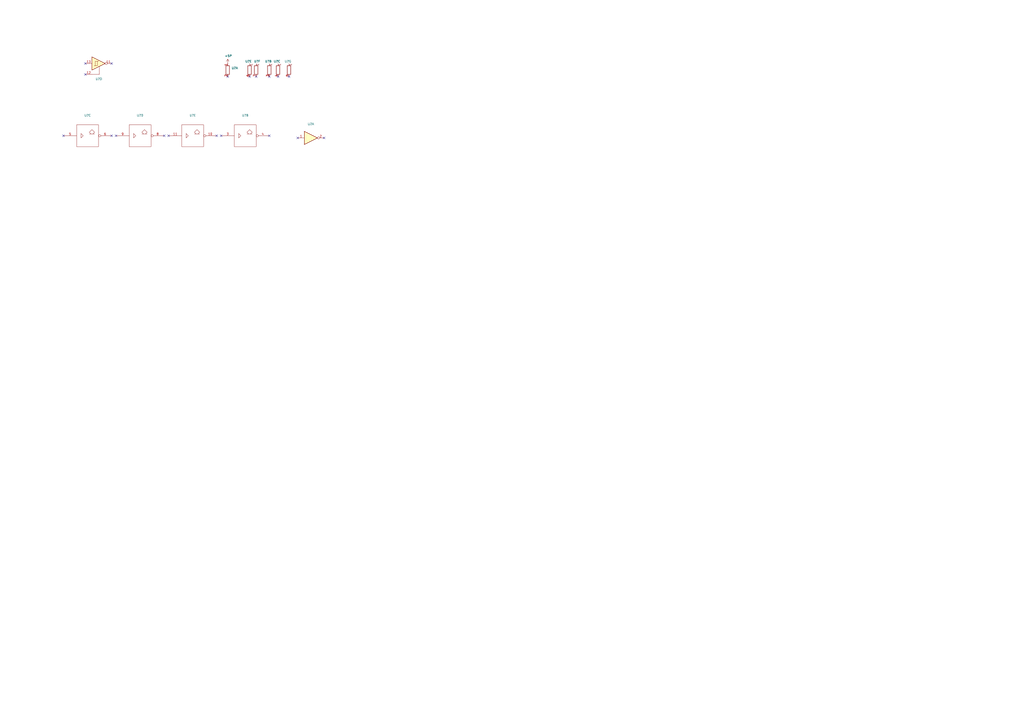
<source format=kicad_sch>
(kicad_sch (version 20220820) (generator eeschema)
  (paper "A2")
  (lib_symbols
    (symbol "74xx:74LS05" (pin_names (offset 1.016))
      (property "Reference" "U" (at 0 1.27 0))
      (property "Value" "74LS05" (at 0 -1.27 0))
      (symbol "74LS05_1_0"
        (polyline (pts (xy -3.81 3.81) (xy -3.81 -3.81) (xy 3.81 0) (xy -3.81 3.81)) (stroke (width 0.254)) (fill (type background)))
        (pin input line (at -7.62 0 0) (length 3.81) (name "~") (number "1"))
        (pin open_collector inverted (at 7.62 0 180) (length 3.81) (name "~") (number "2"))
      )
      (symbol "74LS05_2_0"
        (polyline (pts (xy -3.81 3.81) (xy -3.81 -3.81) (xy 3.81 0) (xy -3.81 3.81)) (stroke (width 0.254)) (fill (type background)))
        (pin input line (at -7.62 0 0) (length 3.81) (name "~") (number "3"))
        (pin open_collector inverted (at 7.62 0 180) (length 3.81) (name "~") (number "4"))
      )
      (symbol "74LS05_3_0"
        (polyline (pts (xy -3.81 3.81) (xy -3.81 -3.81) (xy 3.81 0) (xy -3.81 3.81)) (stroke (width 0.254)) (fill (type background)))
        (pin input line (at -7.62 0 0) (length 3.81) (name "~") (number "5"))
        (pin open_collector inverted (at 7.62 0 180) (length 3.81) (name "~") (number "6"))
      )
      (symbol "74LS05_4_0"
        (polyline (pts (xy -3.81 3.81) (xy -3.81 -3.81) (xy 3.81 0) (xy -3.81 3.81)) (stroke (width 0.254)) (fill (type background)))
        (pin open_collector inverted (at 7.62 0 180) (length 3.81) (name "~") (number "8"))
        (pin input line (at -7.62 0 0) (length 3.81) (name "~") (number "9"))
      )
      (symbol "74LS05_5_0"
        (polyline (pts (xy -3.81 3.81) (xy -3.81 -3.81) (xy 3.81 0) (xy -3.81 3.81)) (stroke (width 0.254)) (fill (type background)))
        (pin open_collector inverted (at 7.62 0 180) (length 3.81) (name "~") (number "10"))
        (pin input line (at -7.62 0 0) (length 3.81) (name "~") (number "11"))
      )
      (symbol "74LS05_6_0"
        (polyline (pts (xy -3.81 3.81) (xy -3.81 -3.81) (xy 3.81 0) (xy -3.81 3.81)) (stroke (width 0.254)) (fill (type background)))
        (pin open_collector inverted (at 7.62 0 180) (length 3.81) (name "~") (number "12"))
        (pin input line (at -7.62 0 0) (length 3.81) (name "~") (number "13"))
      )
      (symbol "74LS05_7_0"
        (pin power_in line (at 0 12.7 270) (length 5.08) (name "VCC") (number "14"))
        (pin power_in line (at 0 -12.7 90) (length 5.08) (name "GND") (number "7"))
      )
      (symbol "74LS05_7_1"
        (rectangle (start -5.08 7.62) (end 5.08 -7.62) (stroke (width 0.254)) (fill (type background)))
      )
    )
    (symbol "74xx_IEEE:7416" (pin_names (offset 0.762))
      (property "Reference" "U" (at 3.81 7.62 0))
      (property "Value" "7416" (at 6.35 -8.89 0))
      (symbol "7416_0_0"
        (polyline (pts (xy -3.81 1.27) (xy -3.81 -1.27) (xy -2.54 0) (xy -3.81 1.27) (xy -3.81 1.27)))
        (polyline (pts (xy 3.048 1.016) (xy 4.064 2.032) (xy 2.54 3.556) (xy 1.016 2.032) (xy 2.032 1.016) (xy 1.016 1.016) (xy 4.064 1.016) (xy 4.064 1.016)))
      )
      (symbol "7416_0_1"
        (rectangle (start -6.35 6.35) (end 6.35 -6.35))
        (pin power_in line (at 0 6.35 270) (length 0) hide (name "Vcc") (number "14"))
        (pin power_in line (at 0 -6.35 90) (length 0) hide (name "Gnd") (number "7"))
      )
      (symbol "7416_1_1"
        (pin input line (at -13.97 0 0) (length 7.62) (name "~") (number "1"))
        (pin open_collector inverted (at 13.97 0 180) (length 7.62) (name "~") (number "2"))
      )
      (symbol "7416_2_1"
        (pin input line (at -13.97 0 0) (length 7.62) (name "~") (number "3"))
        (pin open_collector inverted (at 13.97 0 180) (length 7.62) (name "~") (number "4"))
      )
      (symbol "7416_3_1"
        (pin input line (at -13.97 0 0) (length 7.62) (name "~") (number "5"))
        (pin open_collector inverted (at 13.97 0 180) (length 7.62) (name "~") (number "6"))
      )
      (symbol "7416_4_1"
        (pin open_collector inverted (at 13.97 0 180) (length 7.62) (name "~") (number "8"))
        (pin input line (at -13.97 0 0) (length 7.62) (name "~") (number "9"))
      )
      (symbol "7416_5_1"
        (pin open_collector inverted (at 13.97 0 180) (length 7.62) (name "~") (number "10"))
        (pin input line (at -13.97 0 0) (length 7.62) (name "~") (number "11"))
      )
      (symbol "7416_6_1"
        (pin open_collector inverted (at 13.97 0 180) (length 7.62) (name "~") (number "12"))
        (pin input line (at -13.97 0 0) (length 7.62) (name "~") (number "13"))
      )
    )
    (symbol "Device:R_Network07_Split" (pin_names (offset 0) hide)
      (property "Reference" "RN" (at 2.032 0 90))
      (property "Value" "R_Network07_Split" (at 0 0 90))
      (symbol "R_Network07_Split_0_1"
        (rectangle (start 1.016 2.54) (end -1.016 -2.54) (stroke (width 0.254)))
      )
      (symbol "R_Network07_Split_1_1"
        (pin passive line (at 0 3.81 270) (length 1.27) (name "R1.1") (number "1"))
        (pin passive line (at 0 -3.81 90) (length 1.27) (name "R1.2") (number "2"))
      )
      (symbol "R_Network07_Split_2_1"
        (polyline (pts (xy 0 2.54) (xy 0 3.81)))
        (text "1" (at 0.889 3.175 900) (effects (font (size 1.27 1.27))))
        (pin passive line (at 0 -3.81 90) (length 1.27) (name "R2.2") (number "3"))
      )
      (symbol "R_Network07_Split_3_1"
        (polyline (pts (xy 0 2.54) (xy 0 3.81)))
        (text "1" (at 0.889 3.175 900) (effects (font (size 1.27 1.27))))
        (pin passive line (at 0 -3.81 90) (length 1.27) (name "R3.2") (number "4"))
      )
      (symbol "R_Network07_Split_4_1"
        (polyline (pts (xy 0 2.54) (xy 0 3.81)))
        (text "1" (at 0.889 3.175 900) (effects (font (size 1.27 1.27))))
        (pin passive line (at 0 -3.81 90) (length 1.27) (name "R4.2") (number "5"))
      )
      (symbol "R_Network07_Split_5_1"
        (polyline (pts (xy 0 2.54) (xy 0 3.81)))
        (text "1" (at 0.889 3.175 900) (effects (font (size 1.27 1.27))))
        (pin passive line (at 0 -3.81 90) (length 1.27) (name "R5.2") (number "6"))
      )
      (symbol "R_Network07_Split_6_1"
        (polyline (pts (xy 0 2.54) (xy 0 3.81)))
        (text "1" (at 0.889 3.175 900) (effects (font (size 1.27 1.27))))
        (pin passive line (at 0 -3.81 90) (length 1.27) (name "R6.2") (number "7"))
      )
      (symbol "R_Network07_Split_7_1"
        (polyline (pts (xy 0 2.54) (xy 0 3.81)))
        (text "1" (at 0.889 3.175 900) (effects (font (size 1.27 1.27))))
        (pin passive line (at 0 -3.81 90) (length 1.27) (name "R7.2") (number "8"))
      )
    )
    (symbol "LOET.DE:75189" (pin_names (offset 1.016))
      (property "Reference" "U" (at 7.493 3.302 0))
      (property "Value" "LOET.DE_75189" (at 1.397 0.762 0))
      (symbol "75189_1_1"
        (polyline (pts (xy 3.683 -6.35) (xy 8.001 -6.35) (xy 8.001 -1.651)))
        (polyline (pts (xy 5.715 -1.27) (xy 5.715 1.27) (xy 6.985 1.27)))
        (polyline (pts (xy 3.81 3.81) (xy 3.81 -3.81) (xy 11.43 0) (xy 3.81 3.81)) (stroke (width 0.254)) (fill (type background)))
        (polyline (pts (xy 5.08 -1.27) (xy 6.985 -1.27) (xy 6.985 1.27) (xy 7.62 1.27)))
        (pin input line (at 0 0 0) (length 3.81) (name "~") (number "1"))
        (pin input line (at 0 -6.35 0) (length 3.81) (name "~") (number "2"))
        (pin output inverted (at 15.24 0 180) (length 3.81) (name "~") (number "3"))
      )
      (symbol "75189_2_1"
        (polyline (pts (xy 3.81 -6.35) (xy 8.128 -6.35) (xy 8.128 -1.651)))
        (polyline (pts (xy 5.842 -1.27) (xy 5.842 1.27) (xy 7.112 1.27)))
        (polyline (pts (xy 3.937 3.81) (xy 3.937 -3.81) (xy 11.557 0) (xy 3.937 3.81)) (stroke (width 0.254)) (fill (type background)))
        (polyline (pts (xy 5.207 -1.27) (xy 7.112 -1.27) (xy 7.112 1.27) (xy 7.747 1.27)))
        (pin input line (at 0 0 0) (length 3.81) (name "~") (number "4"))
        (pin input line (at 0 -6.35 0) (length 3.81) (name "~") (number "5"))
        (pin output inverted (at 15.24 0 180) (length 3.81) (name "~") (number "6"))
      )
      (symbol "75189_3_1"
        (polyline (pts (xy 3.81 -6.35) (xy 8.128 -6.35) (xy 8.128 -1.651)))
        (polyline (pts (xy 5.715 -1.27) (xy 5.715 1.27) (xy 6.985 1.27)))
        (polyline (pts (xy 3.81 3.81) (xy 3.81 -3.81) (xy 11.43 0) (xy 3.81 3.81)) (stroke (width 0.254)) (fill (type background)))
        (polyline (pts (xy 5.08 -1.27) (xy 6.985 -1.27) (xy 6.985 1.27) (xy 7.62 1.27)))
        (pin input line (at 0 0 0) (length 3.81) (name "~") (number "10"))
        (pin output inverted (at 15.24 0 180) (length 3.81) (name "~") (number "8"))
        (pin input line (at 0 -6.35 0) (length 3.81) (name "~") (number "9"))
      )
      (symbol "75189_4_1"
        (polyline (pts (xy 3.81 -6.35) (xy 8.128 -6.35) (xy 8.128 -1.651)))
        (polyline (pts (xy 5.715 -1.27) (xy 5.715 1.27) (xy 6.985 1.27)))
        (polyline (pts (xy 3.81 3.81) (xy 3.81 -3.81) (xy 11.43 0) (xy 3.81 3.81)) (stroke (width 0.254)) (fill (type background)))
        (polyline (pts (xy 5.08 -1.27) (xy 6.985 -1.27) (xy 6.985 1.27) (xy 7.62 1.27)))
        (pin output inverted (at 15.24 0 180) (length 3.81) (name "~") (number "11"))
        (pin input line (at 0 -6.35 0) (length 3.81) (name "~") (number "12"))
        (pin input line (at 0 0 0) (length 3.81) (name "~") (number "13"))
      )
      (symbol "75189_5_1"
        (rectangle (start -5.08 -2.54) (end 5.08 -17.78) (stroke (width 0.254)) (fill (type background)))
        (pin power_in line (at 0 0 270) (length 2.54) (name "VCC") (number "14"))
        (pin power_in line (at 0 -20.32 90) (length 2.54) (name "GND") (number "7"))
      )
    )
    (symbol "power:+5P" (power) (pin_names (offset 0))
      (property "Value" "+5P" (at 0 3.556 0))
      (symbol "+5P_0_1"
        (polyline (pts (xy -0.762 1.27) (xy 0 2.54)))
        (polyline (pts (xy 0 0) (xy 0 2.54)))
        (polyline (pts (xy 0 2.54) (xy 0.762 1.27)))
      )
      (symbol "+5P_1_1"
        (pin power_in line (at 0 0 90) (length 0) hide (name "+5P") (number "1"))
      )
    )
  )
  (no_connect (at 64.77 36.83))
  (no_connect (at 156.21 78.74))
  (no_connect (at 156.21 44.45))
  (no_connect (at 148.59 44.45))
  (no_connect (at 167.64 44.45))
  (no_connect (at 97.79 78.74))
  (no_connect (at 125.73 78.74))
  (no_connect (at 132.08 44.45))
  (no_connect (at 36.83 78.74))
  (no_connect (at 49.53 36.83))
  (no_connect (at 613.41 278.13))
  (no_connect (at 128.27 78.74))
  (no_connect (at 172.72 80.01))
  (no_connect (at 144.78 44.45))
  (no_connect (at 161.29 44.45))
  (no_connect (at 64.77 78.74))
  (no_connect (at 95.25 78.74))
  (no_connect (at 187.96 80.01))
  (no_connect (at 67.31 78.74))
  (no_connect (at 49.53 43.18))
  (symbol (lib_id "74xx_IEEE:7416") (at 50.8 78.74 0) (unit 3)
    (default_instance (reference "") (unit 1) (value "") (footprint ""))
  )
  (symbol (lib_id "74xx_IEEE:7416") (at 81.28 78.74 0) (unit 4)
    (default_instance (reference "") (unit 1) (value "") (footprint ""))
  )
  (symbol (lib_id "74xx_IEEE:7416") (at 111.76 78.74 0) (unit 5)
    (default_instance (reference "") (unit 1) (value "") (footprint ""))
  )
  (symbol (lib_id "74xx_IEEE:7416") (at 142.24 78.74 0) (unit 2)
    (default_instance (reference "") (unit 1) (value "") (footprint ""))
  )
  (symbol (lib_id "Device:R_Network07_Split") (at 148.59 40.64 0) (unit 6)
    (default_instance (reference "") (unit 1) (value "") (footprint ""))
    (property "Datasheet" "http://www.vishay.com/docs/31509/csc.pdf" (effects hide))
  )
  (symbol (lib_id "74xx:74LS05") (at 180.34 80.01 0) (unit 1)
    (default_instance (reference "") (unit 1) (value "") (footprint ""))
    (property "Datasheet" "http://www.ti.com/lit/gpn/sn74LS05" (effects hide))
  )
  (symbol (lib_id "Device:R_Network07_Split") (at 167.64 40.64 0) (unit 7)
    (default_instance (reference "") (unit 1) (value "") (footprint ""))
    (property "Datasheet" "http://www.vishay.com/docs/31509/csc.pdf" (effects hide))
  )
  (symbol (lib_id "Device:R_Network07_Split") (at 144.78 40.64 0) (unit 5)
    (default_instance (reference "") (unit 1) (value "") (footprint ""))
    (property "Datasheet" "http://www.vishay.com/docs/31509/csc.pdf" (effects hide))
  )
  (symbol (lib_id "Device:R_Network07_Split") (at 156.21 40.64 0) (unit 2)
    (default_instance (reference "") (unit 1) (value "") (footprint ""))
    (property "Datasheet" "http://www.vishay.com/docs/31509/csc.pdf" (effects hide))
  )
  (symbol (lib_id "Device:R_Network07_Split") (at 161.29 40.64 0) (unit 3)
    (default_instance (reference "") (unit 1) (value "") (footprint ""))
    (property "Datasheet" "http://www.vishay.com/docs/31509/csc.pdf" (effects hide))
  )
  (symbol (lib_id "Device:R_Network07_Split") (at 132.08 40.64 0) (unit 1)
    (default_instance (reference "") (unit 1) (value "") (footprint ""))
    (property "Datasheet" "http://www.vishay.com/docs/31509/csc.pdf" (effects hide))
  )
  (symbol (lib_id "power:+5P") (at 132.08 36.83 0) (unit 1)
    (default_instance (reference "") (unit 1) (value "") (footprint ""))
  )
  (symbol (lib_id "LOET.DE:75189") (at 49.53 36.83 0) (unit 4)
    (default_instance (reference "") (unit 1) (value "") (footprint ""))
  )
)
</source>
